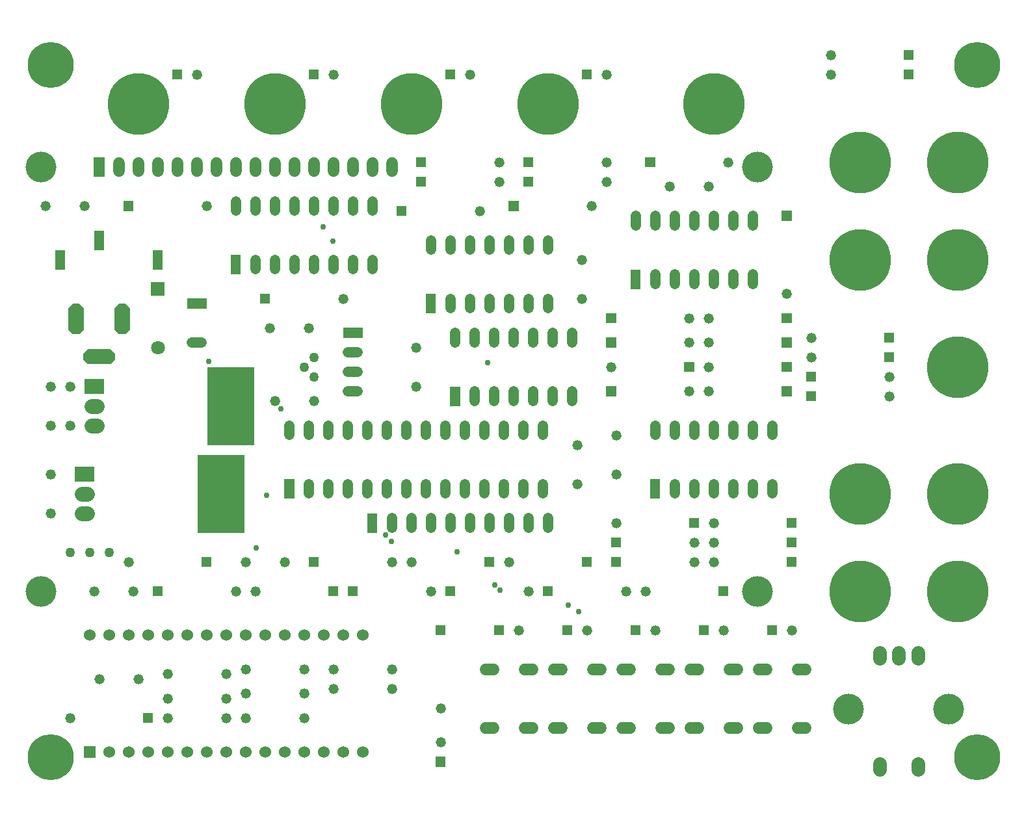
<source format=gbs>
%FSLAX24Y24*%
%MOIN*%
%ADD10C,0.0300*%
%ADD11C,0.0500*%
%ADD12C,0.0520*%
%ADD13C,0.0591*%
%ADD14C,0.0600*%
%ADD15C,0.0700*%
%ADD16C,0.0709*%
%ADD17C,0.0750*%
%ADD18C,0.1575*%
%ADD19C,0.2362*%
%ADD20C,0.3150*%
D10*
G01X18920Y13379D03*
X15723Y29192D03*
X16224Y28451D03*
X13569Y19851D03*
X28828Y9450D03*
X24813Y10544D03*
X24537Y10820D03*
X19220Y13049D03*
X12820Y15407D03*
X28284Y9788D03*
X22604Y12513D03*
X24178Y22226D03*
X9857Y22269D03*
X12310Y12722D03*
D11*
G01X15250Y22500D03*
X14750Y22000D03*
X15250Y21500D03*
X4750Y12500D03*
X3750Y12500D03*
X2750Y12500D03*
D12*
G01X13250Y20250D03*
X15250Y20250D03*
X5750Y12000D03*
X32750Y8500D03*
X39499Y25750D03*
X33500Y31250D03*
X35500Y31250D03*
X25750Y8500D03*
X26250Y10500D03*
X12249Y10500D03*
X13750Y12000D03*
X11750Y12000D03*
X29500Y30250D03*
X34500Y23250D03*
X41750Y37000D03*
X1750Y16500D03*
X1750Y14500D03*
X2749Y19000D03*
X2750Y21000D03*
X21250Y10500D03*
X19250Y12000D03*
X4249Y6000D03*
X6249Y6000D03*
X34750Y13000D03*
X21750Y2750D03*
X24750Y31500D03*
X1749Y19000D03*
X1750Y21000D03*
X21750Y4500D03*
X29250Y8500D03*
X39750Y8500D03*
X3500Y30250D03*
X1500Y30250D03*
X16250Y6500D03*
X19250Y6500D03*
X41750Y38000D03*
X16750Y25500D03*
X30750Y14000D03*
X2750Y4000D03*
X36500Y32500D03*
X11250Y10500D03*
X36250Y8500D03*
X30500Y22000D03*
X4000Y10500D03*
X5999Y10500D03*
X32250Y10500D03*
X20249Y12000D03*
X25249Y12000D03*
X19250Y5500D03*
X16250Y5500D03*
X31250Y10500D03*
X34500Y24500D03*
X30250Y31500D03*
X34500Y20750D03*
X30750Y18500D03*
X30750Y16500D03*
X35750Y13000D03*
X44750Y20500D03*
X44750Y21500D03*
X35500Y22000D03*
X9250Y37000D03*
X16250Y37000D03*
X23250Y37000D03*
X30250Y37000D03*
X24750Y32500D03*
X9749Y30250D03*
X23750Y30000D03*
X30250Y32500D03*
X10749Y6250D03*
X7750Y6250D03*
X11750Y6500D03*
X14750Y6500D03*
X11750Y5250D03*
X14750Y5250D03*
X14750Y4000D03*
X11750Y4000D03*
X35500Y24500D03*
X35750Y12000D03*
X40750Y23500D03*
X40750Y22500D03*
X10749Y5000D03*
X7750Y5000D03*
X7749Y4000D03*
X10749Y4000D03*
X35500Y20750D03*
X34750Y12000D03*
X35500Y23250D03*
X35750Y14000D03*
X29000Y27500D03*
X29000Y25500D03*
X20500Y23000D03*
X20500Y21000D03*
X28750Y18000D03*
X28750Y16000D03*
X15000Y24000D03*
X13000Y24000D03*
X23250Y13760D02*
X23250Y14239D01*
X22250Y13760D02*
X22250Y14239D01*
X21250Y13760D02*
X21250Y14239D01*
X25250Y13760D02*
X25250Y14239D01*
X27250Y13760D02*
X27250Y14239D01*
X26250Y13760D02*
X26250Y14239D01*
X24250Y13760D02*
X24250Y14239D01*
X20250Y13760D02*
X20250Y14239D01*
X19250Y13760D02*
X19250Y14239D01*
X17010Y22749D02*
X17490Y22749D01*
X17010Y20749D02*
X17490Y20749D01*
X17010Y21750D02*
X17490Y21750D01*
X9010Y23249D02*
X9490Y23249D01*
X33750Y26260D02*
X33750Y26740D01*
X34750Y29260D02*
X34750Y29740D01*
X34750Y26260D02*
X34750Y26740D01*
X35750Y26260D02*
X35750Y26740D01*
X37749Y29260D02*
X37749Y29740D01*
X36749Y26260D02*
X36749Y26740D01*
X36749Y29260D02*
X36749Y29740D01*
X31750Y29260D02*
X31750Y29740D01*
X37749Y26260D02*
X37749Y26740D01*
X35750Y29260D02*
X35750Y29740D01*
X32750Y26260D02*
X32750Y26740D01*
X32750Y29260D02*
X32750Y29740D01*
X33750Y29260D02*
X33750Y29740D01*
X18999Y18510D02*
X18999Y18990D01*
X18000Y15510D02*
X18000Y15990D01*
X23000Y18510D02*
X23000Y18990D01*
X17000Y15510D02*
X17000Y15990D01*
X16000Y15510D02*
X16000Y15990D01*
X18999Y15510D02*
X18999Y15990D01*
X18000Y18510D02*
X18000Y18990D01*
X20000Y15510D02*
X20000Y15990D01*
X25000Y15510D02*
X25000Y15990D01*
X17000Y18510D02*
X17000Y18990D01*
X24000Y18510D02*
X24000Y18990D01*
X14000Y18510D02*
X14000Y18990D01*
X21999Y18510D02*
X21999Y18990D01*
X26000Y18510D02*
X26000Y18990D01*
X24000Y15510D02*
X24000Y15990D01*
X21000Y15510D02*
X21000Y15990D01*
X26999Y15510D02*
X26999Y15990D01*
X21000Y18510D02*
X21000Y18990D01*
X15000Y15510D02*
X15000Y15990D01*
X23000Y15510D02*
X23000Y15990D01*
X25000Y18510D02*
X25000Y18990D01*
X21999Y15510D02*
X21999Y15990D01*
X26999Y18510D02*
X26999Y18990D01*
X26000Y15510D02*
X26000Y15990D01*
X15000Y18510D02*
X15000Y18990D01*
X20000Y18510D02*
X20000Y18990D01*
X16000Y18510D02*
X16000Y18990D01*
X18250Y30010D02*
X18250Y30490D01*
X18250Y27010D02*
X18250Y27490D01*
X15250Y30010D02*
X15250Y30490D01*
X17250Y27010D02*
X17250Y27490D01*
X16250Y30010D02*
X16250Y30490D01*
X15250Y27010D02*
X15250Y27490D01*
X12250Y30010D02*
X12250Y30490D01*
X16250Y27010D02*
X16250Y27490D01*
X13250Y27010D02*
X13250Y27490D01*
X11250Y30010D02*
X11250Y30490D01*
X14250Y30010D02*
X14250Y30490D01*
X13250Y30010D02*
X13250Y30490D01*
X14250Y27010D02*
X14250Y27490D01*
X17250Y30010D02*
X17250Y30490D01*
X12250Y27010D02*
X12250Y27490D01*
X34750Y15510D02*
X34750Y15990D01*
X35750Y18510D02*
X35750Y18990D01*
X35750Y15510D02*
X35750Y15990D01*
X36749Y15510D02*
X36749Y15990D01*
X38750Y18510D02*
X38750Y18990D01*
X37749Y15510D02*
X37749Y15990D01*
X37749Y18510D02*
X37749Y18990D01*
X32750Y18510D02*
X32750Y18990D01*
X38750Y15510D02*
X38750Y15990D01*
X36749Y18510D02*
X36749Y18990D01*
X33749Y15510D02*
X33749Y15990D01*
X33749Y18510D02*
X33749Y18990D01*
X34750Y18510D02*
X34750Y18990D01*
X22250Y28010D02*
X22250Y28489D01*
X25249Y25010D02*
X25249Y25490D01*
X27250Y25010D02*
X27250Y25490D01*
X24250Y28010D02*
X24250Y28489D01*
X26250Y25010D02*
X26250Y25490D01*
X25249Y28010D02*
X25249Y28489D01*
X23249Y28010D02*
X23249Y28489D01*
X24250Y25010D02*
X24250Y25490D01*
X23249Y25010D02*
X23249Y25490D01*
X26250Y28010D02*
X26250Y28489D01*
X27250Y28010D02*
X27250Y28489D01*
X21250Y28010D02*
X21250Y28489D01*
X22250Y25010D02*
X22250Y25490D01*
X23500Y23260D02*
X23500Y23740D01*
X26499Y20260D02*
X26499Y20740D01*
X28500Y20260D02*
X28500Y20740D01*
X25500Y23260D02*
X25500Y23740D01*
X27500Y20260D02*
X27500Y20740D01*
X26499Y23260D02*
X26499Y23740D01*
X24499Y23260D02*
X24499Y23740D01*
X25500Y20260D02*
X25500Y20740D01*
X24499Y20260D02*
X24499Y20740D01*
X27500Y23260D02*
X27500Y23740D01*
X28500Y23260D02*
X28500Y23740D01*
X22500Y23260D02*
X22500Y23740D01*
X23500Y20260D02*
X23500Y20740D01*
D13*
G01X19250Y32045D02*
X19250Y32454D01*
X10250Y32045D02*
X10250Y32454D01*
X17250Y32045D02*
X17250Y32454D01*
X6250Y32045D02*
X6250Y32454D01*
X9250Y32045D02*
X9250Y32454D01*
X7250Y32045D02*
X7250Y32454D01*
X15250Y32045D02*
X15250Y32454D01*
X5250Y32045D02*
X5250Y32454D01*
X8250Y32045D02*
X8250Y32454D01*
X18250Y32045D02*
X18250Y32454D01*
X12250Y32045D02*
X12250Y32454D01*
X11250Y32045D02*
X11250Y32454D01*
X14250Y32045D02*
X14250Y32454D01*
X13250Y32045D02*
X13250Y32454D01*
X16250Y32045D02*
X16250Y32454D01*
D14*
G01X8750Y2249D03*
X4750Y8250D03*
X17750Y2249D03*
X4750Y2249D03*
X16750Y8250D03*
X17750Y8250D03*
X9750Y2249D03*
X14750Y8250D03*
X16750Y2249D03*
X9750Y8250D03*
X10750Y2249D03*
X3750Y8250D03*
X7750Y8250D03*
X12750Y2249D03*
X8750Y8250D03*
X12750Y8250D03*
X14750Y2249D03*
X6750Y8250D03*
X15750Y2249D03*
X6750Y2249D03*
X15750Y8250D03*
X5750Y8250D03*
X10750Y8250D03*
X5750Y2249D03*
X13750Y8250D03*
X7750Y2249D03*
X13750Y2249D03*
X11750Y8250D03*
X11750Y2249D03*
X31050Y3499D02*
X31450Y3499D01*
X33050Y3499D02*
X33450Y3499D01*
X33050Y6500D02*
X33450Y6500D01*
X31050Y6500D02*
X31450Y6500D01*
X34550Y3499D02*
X34950Y3499D01*
X36549Y3499D02*
X36949Y3499D01*
X36549Y6500D02*
X36949Y6500D01*
X34550Y6500D02*
X34950Y6500D01*
X38050Y3499D02*
X38450Y3499D01*
X40050Y3499D02*
X40450Y3499D01*
X40050Y6500D02*
X40450Y6500D01*
X38050Y6500D02*
X38450Y6500D01*
X24050Y3499D02*
X24450Y3499D01*
X26050Y3499D02*
X26450Y3499D01*
X26050Y6500D02*
X26450Y6500D01*
X24050Y6500D02*
X24450Y6500D01*
X27550Y3499D02*
X27950Y3499D01*
X29550Y3499D02*
X29950Y3499D01*
X29550Y6500D02*
X29950Y6500D01*
X27550Y6500D02*
X27950Y6500D01*
D15*
G01X45234Y7058D02*
X45234Y7358D01*
X44250Y1349D02*
X44250Y1649D01*
X46218Y7058D02*
X46218Y7358D01*
X44250Y7058D02*
X44250Y7358D01*
X46218Y1349D02*
X46218Y1649D01*
D16*
G01X7250Y23000D03*
D17*
G01X3875Y20000D02*
X4125Y20000D01*
X3875Y19000D02*
X4125Y19000D01*
X3375Y15500D02*
X3625Y15500D01*
X3375Y14500D02*
X3625Y14500D01*
D18*
G01X1250Y32250D03*
X38000Y32250D03*
X1250Y10500D03*
X38000Y10500D03*
X47793Y4452D03*
X42675Y4452D03*
D19*
G01X49250Y37500D03*
X1750Y2000D03*
X49250Y2000D03*
X1750Y37500D03*
D20*
G01X48250Y15500D03*
X43250Y15500D03*
X48250Y32500D03*
X43250Y32500D03*
X48250Y22000D03*
X6250Y35500D03*
X13250Y35500D03*
X20250Y35500D03*
X27250Y35500D03*
X35750Y35500D03*
X43250Y27500D03*
X48250Y27500D03*
X43250Y10500D03*
X48250Y10500D03*
G36*
X9489Y11740D02*G01*
X10009Y11740D01*X10009Y12260D01*X9489Y12260D01*G37*
G36*
X32010Y8760D02*G01*
X31490Y8760D01*X31490Y8240D01*X32010Y8240D01*G37*
G36*
X39759Y29490D02*G01*
X39759Y30010D01*X39239Y30010D01*X39239Y29490D01*G37*
G36*
X25010Y8760D02*G01*
X24490Y8760D01*X24490Y8240D01*X25010Y8240D01*G37*
G36*
X22510Y10760D02*G01*
X21990Y10760D01*X21990Y10240D01*X22510Y10240D01*G37*
G36*
X1990Y27000D02*G01*
X2509Y27000D01*X2509Y28000D01*X1990Y28000D01*G37*
G36*
X6989Y27000D02*G01*
X7510Y27000D01*X7510Y28000D01*X6989Y28000D01*G37*
G36*
X3989Y28000D02*G01*
X4509Y28000D01*X4510Y29000D01*X3990Y29000D01*G37*
G36*
X15989Y10240D02*G01*
X16509Y10240D01*X16509Y10760D01*X15989Y10760D01*G37*
G36*
X25760Y30510D02*G01*
X25240Y30510D01*X25240Y29990D01*X25760Y29990D01*G37*
G36*
X30760Y23510D02*G01*
X30240Y23510D01*X30240Y22990D01*X30760Y22990D01*G37*
G36*
X45490Y36740D02*G01*
X46010Y36740D01*X46010Y37260D01*X45490Y37260D01*G37*
G36*
X17510Y10760D02*G01*
X16990Y10760D01*X16990Y10240D01*X17510Y10240D01*G37*
G36*
X15510Y12260D02*G01*
X14990Y12260D01*X14990Y11740D01*X15510Y11740D01*G37*
G36*
X31010Y13260D02*G01*
X30490Y13260D01*X30490Y12740D01*X31010Y12740D01*G37*
G36*
X4545Y32750D02*G01*
X3954Y32750D01*X3954Y31750D01*X4545Y31750D01*G37*
G36*
X21490Y2010D02*G01*
X21490Y1490D01*X22010Y1490D01*X22010Y2010D01*G37*
G36*
X21010Y31760D02*G01*
X20490Y31760D01*X20490Y31240D01*X21010Y31240D01*G37*
G36*
X22010Y8240D02*G01*
X22010Y8760D01*X21490Y8760D01*X21490Y8240D01*G37*
G36*
X28510Y8760D02*G01*
X27990Y8760D01*X27990Y8240D01*X28510Y8240D01*G37*
G36*
X39010Y8760D02*G01*
X38490Y8760D01*X38490Y8240D01*X39010Y8240D01*G37*
G36*
X45490Y37740D02*G01*
X46010Y37740D01*X46010Y38260D01*X45490Y38260D01*G37*
G36*
X12200Y18000D02*G01*
X12200Y22000D01*X9800Y22000D01*X9800Y18000D01*G37*
G36*
X4500Y20625D02*G01*
X4500Y21375D01*X3500Y21375D01*X3500Y20625D01*G37*
G36*
X7604Y25645D02*G01*
X7604Y26354D01*X6895Y26354D01*X6895Y25645D01*G37*
G36*
X13010Y25760D02*G01*
X12490Y25760D01*X12490Y25240D01*X13010Y25240D01*G37*
G36*
X34490Y13740D02*G01*
X35010Y13740D01*X35010Y14260D01*X34490Y14260D01*G37*
G36*
X6489Y3740D02*G01*
X7009Y3740D01*X7009Y4260D01*X6489Y4260D01*G37*
G36*
X32760Y32760D02*G01*
X32240Y32760D01*X32240Y32240D01*X32760Y32240D01*G37*
G36*
X7510Y10760D02*G01*
X6989Y10760D01*X6989Y10240D01*X7510Y10240D01*G37*
G36*
X35510Y8760D02*G01*
X34990Y8760D01*X34990Y8240D01*X35510Y8240D01*G37*
G36*
X34240Y21740D02*G01*
X34760Y21740D01*X34760Y22260D01*X34240Y22260D01*G37*
G36*
X35990Y10240D02*G01*
X36510Y10240D01*X36510Y10760D01*X35990Y10760D01*G37*
G36*
X23989Y11740D02*G01*
X24509Y11740D01*X24509Y12260D01*X23989Y12260D01*G37*
G36*
X28989Y11740D02*G01*
X29510Y11740D01*X29510Y12260D01*X28989Y12260D01*G37*
G36*
X27510Y10760D02*G01*
X26990Y10760D01*X26990Y10240D01*X27510Y10240D01*G37*
G36*
X18510Y14500D02*G01*
X17990Y14500D01*X17990Y13499D01*X18510Y13499D01*G37*
G36*
X11700Y13499D02*G01*
X11700Y17499D01*X9300Y17500D01*X9300Y13499D01*G37*
G36*
X4000Y16125D02*G01*
X4000Y16875D01*X3000Y16875D01*X3000Y16125D01*G37*
G36*
X4846Y22929D02*G01*
X5076Y22698D01*X5076Y22372D01*X4846Y22141D01*X3653Y22141D01*X3423Y22372D01*X3423Y22698D01*X3653Y22929D01*G37*
G36*
X3231Y25251D02*G01*
X3462Y25021D01*X3462Y23907D01*X3231Y23677D01*X2905Y23677D01*X2675Y23907D01*X2675Y25021D01*X2905Y25251D01*G37*
G36*
X5594Y25251D02*G01*
X5824Y25021D01*X5824Y23907D01*X5594Y23677D01*X5268Y23677D01*X5037Y23907D01*X5037Y25021D01*X5268Y25251D01*G37*
G36*
X17750Y23489D02*G01*
X17750Y24009D01*X16750Y24009D01*X16750Y23489D01*G37*
G36*
X9750Y24990D02*G01*
X9750Y25509D01*X8750Y25510D01*X8750Y24990D01*G37*
G36*
X32010Y27000D02*G01*
X31490Y27000D01*X31490Y26000D01*X32010Y26000D01*G37*
G36*
X30760Y24760D02*G01*
X30240Y24760D01*X30240Y24240D01*X30760Y24240D01*G37*
G36*
X26510Y31760D02*G01*
X25990Y31760D01*X25990Y31240D01*X26510Y31240D01*G37*
G36*
X30760Y21010D02*G01*
X30240Y21010D01*X30240Y20490D01*X30760Y20490D01*G37*
G36*
X4050Y2550D02*G01*
X3450Y2550D01*X3450Y1949D01*X4050Y1949D01*G37*
G36*
X14260Y16250D02*G01*
X13740Y16250D01*X13740Y15250D01*X14260Y15250D01*G37*
G36*
X39490Y12740D02*G01*
X40010Y12740D01*X40010Y13260D01*X39490Y13260D01*G37*
G36*
X41010Y20760D02*G01*
X40490Y20760D01*X40490Y20240D01*X41010Y20240D01*G37*
G36*
X41010Y21760D02*G01*
X40490Y21760D01*X40490Y21240D01*X41010Y21240D01*G37*
G36*
X39240Y21740D02*G01*
X39760Y21740D01*X39760Y22260D01*X39240Y22260D01*G37*
G36*
X8510Y37260D02*G01*
X7990Y37260D01*X7990Y36740D01*X8510Y36740D01*G37*
G36*
X15510Y37260D02*G01*
X14990Y37260D01*X14990Y36740D01*X15510Y36740D01*G37*
G36*
X22510Y37260D02*G01*
X21990Y37260D01*X21990Y36740D01*X22510Y36740D01*G37*
G36*
X29510Y37260D02*G01*
X28990Y37260D01*X28990Y36740D01*X29510Y36740D01*G37*
G36*
X21010Y32760D02*G01*
X20490Y32760D01*X20490Y32240D01*X21010Y32240D01*G37*
G36*
X6010Y30510D02*G01*
X5490Y30510D01*X5490Y29990D01*X6010Y29990D01*G37*
G36*
X20010Y30260D02*G01*
X19490Y30260D01*X19490Y29740D01*X20010Y29740D01*G37*
G36*
X26510Y32760D02*G01*
X25990Y32760D01*X25990Y32240D01*X26510Y32240D01*G37*
G36*
X11510Y27750D02*G01*
X10990Y27750D01*X10990Y26750D01*X11510Y26750D01*G37*
G36*
X33009Y16250D02*G01*
X32489Y16250D01*X32489Y15250D01*X33009Y15250D01*G37*
G36*
X21509Y25750D02*G01*
X20989Y25750D01*X20989Y24750D01*X21509Y24750D01*G37*
G36*
X39240Y24240D02*G01*
X39760Y24240D01*X39760Y24760D01*X39240Y24760D01*G37*
G36*
X39490Y11740D02*G01*
X40010Y11740D01*X40010Y12260D01*X39490Y12260D01*G37*
G36*
X44490Y23239D02*G01*
X45010Y23239D01*X45010Y23759D01*X44490Y23759D01*G37*
G36*
X44490Y22239D02*G01*
X45010Y22239D01*X45010Y22759D01*X44490Y22759D01*G37*
G36*
X22759Y21000D02*G01*
X22239Y21000D01*X22239Y20000D01*X22759Y20000D01*G37*
G36*
X39240Y20490D02*G01*
X39760Y20490D01*X39760Y21010D01*X39240Y21010D01*G37*
G36*
X31010Y12260D02*G01*
X30490Y12260D01*X30490Y11740D01*X31010Y11740D01*G37*
G36*
X39240Y22990D02*G01*
X39760Y22990D01*X39760Y23510D01*X39240Y23510D01*G37*
G36*
X39490Y13740D02*G01*
X40010Y13740D01*X40010Y14260D01*X39490Y14260D01*G37*
M02*

</source>
